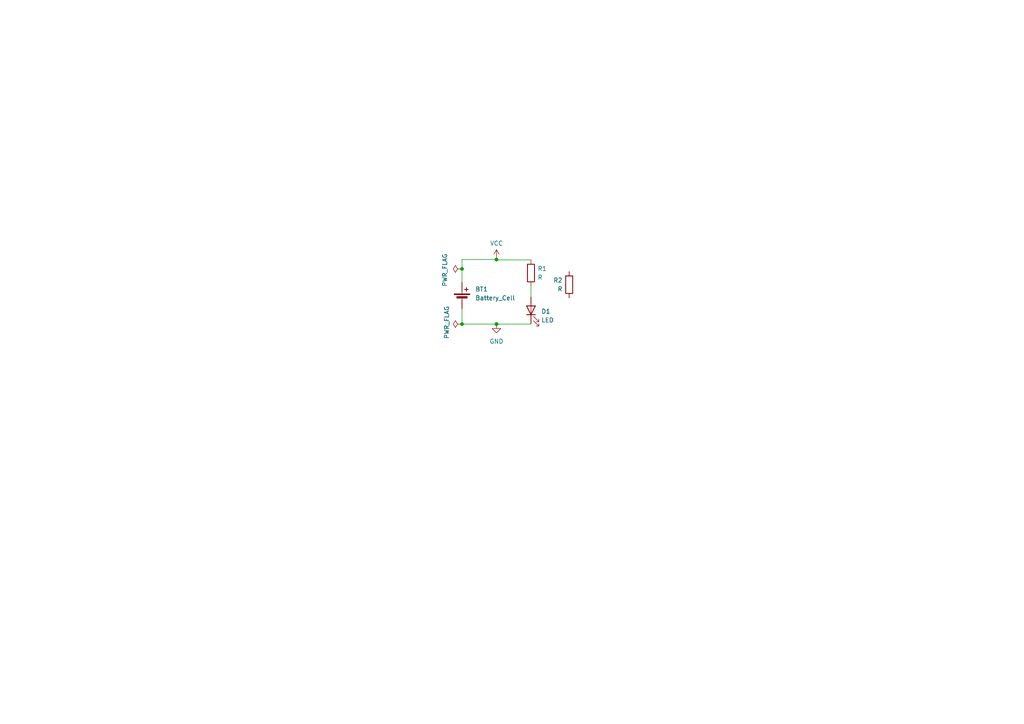
<source format=kicad_sch>
(kicad_sch (version 20230121) (generator eeschema)
  (paper "A4")
  (title_block (title "Tanuló rajz") (date "2024-02-10") (rev "0"))
  (lib_symbols
    (symbol "Device:Battery_Cell" (pin_numbers hide) (pin_names (offset 0) hide)
      (property "Reference" "BT" (at 2.54 2.54 0))
      (property "Value" "Battery_Cell" (at 2.54 0 0))
      (symbol "Battery_Cell_0_1"
        (rectangle (start -2.286 1.778) (end 2.286 1.524) (fill (type outline)))
        (rectangle (start -1.524 1.016) (end 1.524 0.508) (fill (type outline)))
        (polyline (pts (xy 0 0.762) (xy 0 0)))
        (polyline (pts (xy 0 1.778) (xy 0 2.54)))
        (polyline (pts (xy 0.762 3.048) (xy 1.778 3.048)) (stroke (width 0.254)))
        (polyline (pts (xy 1.27 3.556) (xy 1.27 2.54)) (stroke (width 0.254)))
      )
      (symbol "Battery_Cell_1_1"
        (pin passive line (at 0 5.08 270) (length 2.54) (name "+") (number "1"))
        (pin passive line (at 0 -2.54 90) (length 2.54) (name "-") (number "2"))
      )
    )
    (symbol "Device:LED" (pin_numbers hide) (pin_names (offset 1.016) hide)
      (property "Reference" "D" (at 0 2.54 0))
      (property "Value" "LED" (at 0 -2.54 0))
      (symbol "LED_0_1"
        (polyline (pts (xy -1.27 -1.27) (xy -1.27 1.27)) (stroke (width 0.254)))
        (polyline (pts (xy -1.27 0) (xy 1.27 0)))
        (polyline (pts (xy 1.27 -1.27) (xy 1.27 1.27) (xy -1.27 0) (xy 1.27 -1.27)) (stroke (width 0.254)))
        (polyline (pts (xy -3.048 -0.762) (xy -4.572 -2.286) (xy -3.81 -2.286) (xy -4.572 -2.286) (xy -4.572 -1.524)))
        (polyline (pts (xy -1.778 -0.762) (xy -3.302 -2.286) (xy -2.54 -2.286) (xy -3.302 -2.286) (xy -3.302 -1.524)))
      )
      (symbol "LED_1_1"
        (pin passive line (at -3.81 0 0) (length 2.54) (name "K") (number "1"))
        (pin passive line (at 3.81 0 180) (length 2.54) (name "A") (number "2"))
      )
    )
    (symbol "Device:R" (pin_numbers hide) (pin_names (offset 0))
      (property "Reference" "R" (at 2.032 0 90))
      (property "Value" "R" (at 0 0 90))
      (symbol "R_0_1"
        (rectangle (start -1.016 -2.54) (end 1.016 2.54) (stroke (width 0.254)))
      )
      (symbol "R_1_1"
        (pin passive line (at 0 3.81 270) (length 1.27) (name "~") (number "1"))
        (pin passive line (at 0 -3.81 90) (length 1.27) (name "~") (number "2"))
      )
    )
    (symbol "power:GND" (power) (pin_names (offset 0))
      (property "Value" "GND" (at 0 -3.81 0))
      (symbol "GND_0_1"
        (polyline (pts (xy 0 0) (xy 0 -1.27) (xy 1.27 -1.27) (xy 0 -2.54) (xy -1.27 -1.27) (xy 0 -1.27)))
      )
      (symbol "GND_1_1"
        (pin power_in line (at 0 0 270) (length 0) hide (name "GND") (number "1"))
      )
    )
    (symbol "power:PWR_FLAG" (power) (pin_numbers hide) (pin_names (offset 0) hide)
      (property "Value" "PWR_FLAG" (at 0 3.81 0))
      (symbol "PWR_FLAG_0_0"
        (pin power_out line (at 0 0 90) (length 0) (name "pwr") (number "1"))
      )
      (symbol "PWR_FLAG_0_1"
        (polyline (pts (xy 0 0) (xy 0 1.27) (xy -1.016 1.905) (xy 0 2.54) (xy 1.016 1.905) (xy 0 1.27)))
      )
    )
    (symbol "power:VCC" (power) (pin_names (offset 0))
      (property "Value" "VCC" (at 0 3.81 0))
      (symbol "VCC_0_1"
        (polyline (pts (xy -0.762 1.27) (xy 0 2.54)))
        (polyline (pts (xy 0 0) (xy 0 2.54)))
        (polyline (pts (xy 0 2.54) (xy 0.762 1.27)))
      )
      (symbol "VCC_1_1"
        (pin power_in line (at 0 0 90) (length 0) hide (name "VCC") (number "1"))
      )
    )
  )
  (junction (at 134 94))
  (junction (at 144 75.2838))
  (junction (at 134 78))
  (junction (at 144 94))
  (wire (pts (xy 154 94) (xy 154 93.81)))
  (wire (pts (xy 134 78) (xy 134 81.92)))
  (wire (pts (xy 144 94) (xy 154 94)))
  (wire (pts (xy 134 89.54) (xy 134 94)))
  (wire (pts (xy 134 94) (xy 144 94)))
  (wire (pts (xy 144 75.2838) (xy 144 75)))
  (wire (pts (xy 154 83) (xy 154 86.19)))
  (wire (pts (xy 154 75.38) (xy 144 75.38)))
  (wire (pts (xy 134 75.2838) (xy 134 78)))
  (wire (pts (xy 144 75.2838) (xy 134 75.2838)))
  (wire (pts (xy 144 75.38) (xy 144 75.2838)))
  (symbol (lib_id "Device:LED") (at 154 90 90) (unit 1)
    (property "Reference" "D1" (at 156.98 90.3175 90) (effects (justify right)))
    (property "Value" "LED" (at 156.98 92.8575 90) (effects (justify right)))
    (property "Footprint" "LED_THT:LED_D5.0mm" (effects hide))
  )
  (symbol (lib_id "Device:Battery_Cell") (at 134 87 0) (unit 1)
    (property "Reference" "BT1" (at 137.84 83.8885 0) (effects (justify left)))
    (property "Value" "Battery_Cell" (at 137.84 86.4285 0) (effects (justify left)))
    (property "Footprint" "Battery:BatteryHolder_Renata_SMTU2032-LF_1x2032" (effects hide))
  )
  (symbol (lib_id "Device:R") (at 165.0816 82.5667 0) (mirror y) (unit 1)
    (property "Reference" "R2" (at 163.1716 81.2967 0) (effects (justify left)))
    (property "Value" "R" (at 163.1716 83.8367 0) (effects (justify left)))
    (property "Footprint" "Resistor_THT:R_Axial_DIN0207_L6.3mm_D2.5mm_P7.62mm_Horizontal" (effects hide))
  )
  (symbol (lib_id "power:GND") (at 144 94 0) (unit 1)
    (property "Reference" "#PWR02" (effects hide))
    (property "Value" "GND" (at 144 99.0276 0))
  )
  (symbol (lib_id "power:PWR_FLAG") (at 134 78 90) (unit 1)
    (property "Reference" "#FLG01" (effects hide))
    (property "Value" "PWR_FLAG" (at 129.0206 78.3263 0))
  )
  (symbol (lib_id "Device:R") (at 154 79.19 0) (unit 1)
    (property "Reference" "R1" (at 155.91 77.92 0) (effects (justify left)))
    (property "Value" "R" (at 155.91 80.46 0) (effects (justify left)))
    (property "Footprint" "Resistor_THT:R_Axial_DIN0207_L6.3mm_D2.5mm_P7.62mm_Horizontal" (effects hide))
  )
  (symbol (lib_id "power:VCC") (at 144 75 0) (unit 1)
    (property "Reference" "#PWR01" (effects hide))
    (property "Value" "VCC" (at 144 70.5788 0))
  )
  (symbol (lib_id "power:PWR_FLAG") (at 134 94 90) (unit 1)
    (property "Reference" "#FLG02" (effects hide))
    (property "Value" "PWR_FLAG" (at 129.5695 93.545 0))
  )
)
</source>
